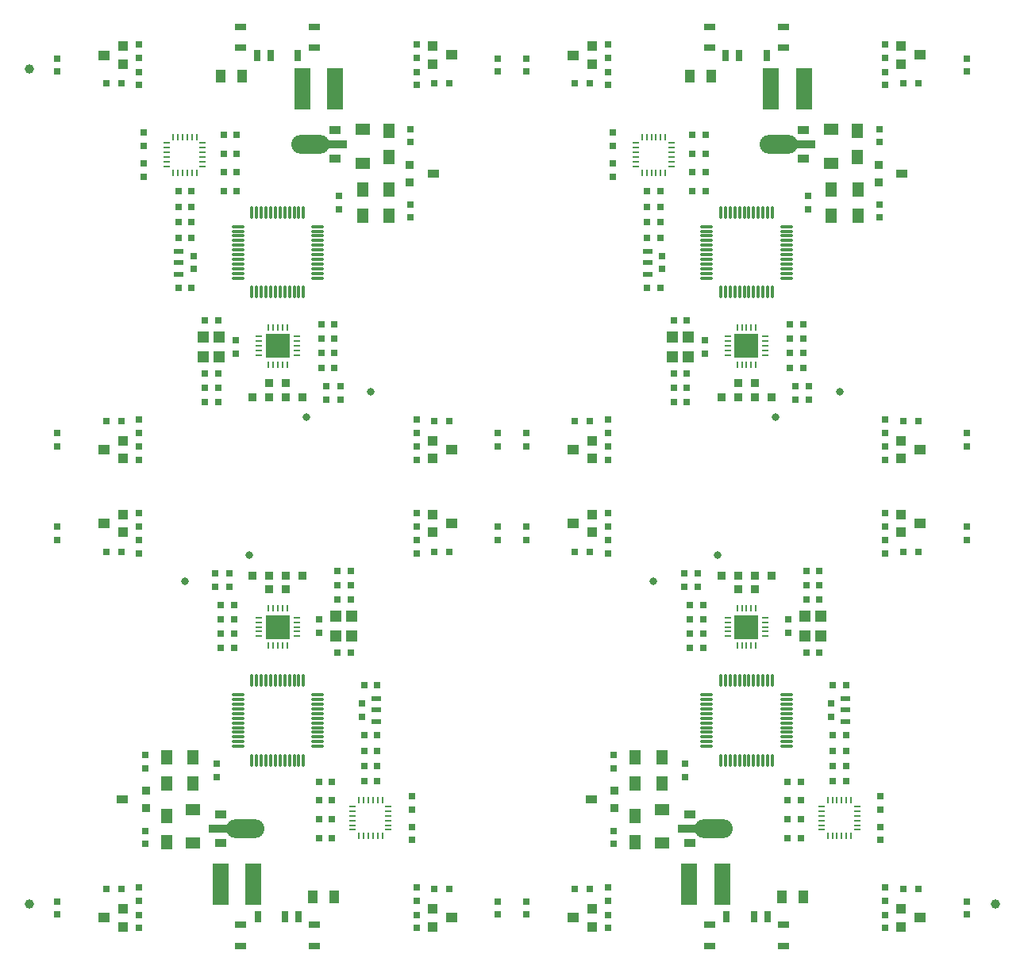
<source format=gtp>
G04*
G04 #@! TF.GenerationSoftware,Altium Limited,Altium Designer,21.2.2 (38)*
G04*
G04 Layer_Color=8421504*
%FSLAX24Y24*%
%MOIN*%
G70*
G04*
G04 #@! TF.SameCoordinates,7BEC17FB-94DA-460C-997F-5D10B4D38A6F*
G04*
G04*
G04 #@! TF.FilePolarity,Positive*
G04*
G01*
G75*
%ADD10C,0.0394*%
%ADD13R,0.0315X0.0276*%
%ADD14R,0.0276X0.0315*%
%ADD15R,0.0500X0.0600*%
%ADD16C,0.0315*%
%ADD17R,0.0500X0.0340*%
%ADD18O,0.1600X0.0787*%
%ADD19R,0.1000X0.0340*%
%ADD20R,0.0262X0.0110*%
%ADD21R,0.0110X0.0262*%
%ADD22R,0.0400X0.0400*%
%ADD23R,0.0500X0.0400*%
%ADD24R,0.0350X0.0350*%
%ADD25R,0.0689X0.1772*%
%ADD26R,0.0315X0.0472*%
%ADD27R,0.0472X0.0315*%
%ADD28R,0.0400X0.0550*%
%ADD29R,0.0591X0.0472*%
%ADD30R,0.0472X0.0512*%
%ADD31R,0.0394X0.0197*%
%ADD32R,0.0472X0.0360*%
%ADD33R,0.0360X0.0360*%
%ADD34O,0.0591X0.0118*%
%ADD35O,0.0118X0.0591*%
%ADD36R,0.0315X0.0110*%
%ADD37R,0.0110X0.0315*%
%ADD38O,0.0591X0.0118*%
%ADD39O,0.0118X0.0591*%
%ADD40R,0.0984X0.0984*%
D10*
X39970Y-17550D02*
D03*
X-600D02*
D03*
Y17550D02*
D03*
D13*
X16417Y2753D02*
D03*
X17047D02*
D03*
X12470Y4217D02*
D03*
Y3663D02*
D03*
X15420Y11853D02*
D03*
Y11300D02*
D03*
X12420Y12217D02*
D03*
Y11663D02*
D03*
X11880Y4217D02*
D03*
Y3663D02*
D03*
X591Y1692D02*
D03*
Y2245D02*
D03*
X4220Y14313D02*
D03*
Y14867D02*
D03*
Y13577D02*
D03*
Y13023D02*
D03*
X15420Y14475D02*
D03*
Y15029D02*
D03*
X6300Y9133D02*
D03*
Y9687D02*
D03*
X8090Y5593D02*
D03*
Y6147D02*
D03*
X15669Y1118D02*
D03*
Y1672D02*
D03*
Y18567D02*
D03*
Y18013D02*
D03*
X4016Y18567D02*
D03*
Y18013D02*
D03*
Y2263D02*
D03*
Y2817D02*
D03*
Y17422D02*
D03*
Y16868D02*
D03*
X15669Y17422D02*
D03*
Y16868D02*
D03*
Y2817D02*
D03*
Y2263D02*
D03*
X4016Y1672D02*
D03*
Y1118D02*
D03*
X3268Y16932D02*
D03*
X2638D02*
D03*
X16417D02*
D03*
X17047D02*
D03*
X3268Y2753D02*
D03*
X2638D02*
D03*
X19094Y1692D02*
D03*
Y2245D02*
D03*
Y17440D02*
D03*
Y17993D02*
D03*
X591D02*
D03*
Y17440D02*
D03*
X36102Y2753D02*
D03*
X36732D02*
D03*
X32155Y4217D02*
D03*
Y3663D02*
D03*
X35105Y11853D02*
D03*
Y11300D02*
D03*
X32105Y12217D02*
D03*
Y11663D02*
D03*
X31565Y4217D02*
D03*
Y3663D02*
D03*
X20276Y1692D02*
D03*
Y2245D02*
D03*
X23905Y14313D02*
D03*
Y14867D02*
D03*
Y13577D02*
D03*
Y13023D02*
D03*
X35105Y14475D02*
D03*
Y15029D02*
D03*
X25985Y9133D02*
D03*
Y9687D02*
D03*
X27775Y5593D02*
D03*
Y6147D02*
D03*
X35354Y1118D02*
D03*
Y1672D02*
D03*
Y18567D02*
D03*
Y18013D02*
D03*
X23701Y18567D02*
D03*
Y18013D02*
D03*
Y2263D02*
D03*
Y2817D02*
D03*
Y17422D02*
D03*
Y16868D02*
D03*
X35354Y17422D02*
D03*
Y16868D02*
D03*
Y2817D02*
D03*
Y2263D02*
D03*
X23701Y1672D02*
D03*
Y1118D02*
D03*
X22953Y16932D02*
D03*
X22323D02*
D03*
X36102D02*
D03*
X36732D02*
D03*
X22953Y2753D02*
D03*
X22323D02*
D03*
X38780Y1692D02*
D03*
Y2245D02*
D03*
Y17440D02*
D03*
Y17993D02*
D03*
X20276D02*
D03*
Y17440D02*
D03*
X22953Y-2753D02*
D03*
X22323D02*
D03*
X26900Y-4217D02*
D03*
Y-3663D02*
D03*
X23950Y-11853D02*
D03*
Y-11300D02*
D03*
X26950Y-12217D02*
D03*
Y-11663D02*
D03*
X27490Y-4217D02*
D03*
Y-3663D02*
D03*
X38780Y-1692D02*
D03*
Y-2245D02*
D03*
X35150Y-14313D02*
D03*
Y-14867D02*
D03*
Y-13577D02*
D03*
Y-13023D02*
D03*
X23950Y-14475D02*
D03*
Y-15029D02*
D03*
X33070Y-9133D02*
D03*
Y-9687D02*
D03*
X31280Y-5593D02*
D03*
Y-6147D02*
D03*
X23701Y-1118D02*
D03*
Y-1672D02*
D03*
Y-18567D02*
D03*
Y-18013D02*
D03*
X35354Y-18567D02*
D03*
Y-18013D02*
D03*
Y-2263D02*
D03*
Y-2817D02*
D03*
Y-17422D02*
D03*
Y-16868D02*
D03*
X23701Y-17422D02*
D03*
Y-16868D02*
D03*
Y-2817D02*
D03*
Y-2263D02*
D03*
X35354Y-1672D02*
D03*
Y-1118D02*
D03*
X36102Y-16932D02*
D03*
X36732D02*
D03*
X22953D02*
D03*
X22323D02*
D03*
X36102Y-2753D02*
D03*
X36732D02*
D03*
X20276Y-1692D02*
D03*
Y-2245D02*
D03*
Y-17440D02*
D03*
Y-17993D02*
D03*
X38780D02*
D03*
Y-17440D02*
D03*
X3268Y-2753D02*
D03*
X2638D02*
D03*
X7215Y-4217D02*
D03*
Y-3663D02*
D03*
X4265Y-11853D02*
D03*
Y-11300D02*
D03*
X7265Y-12217D02*
D03*
Y-11663D02*
D03*
X7805Y-4217D02*
D03*
Y-3663D02*
D03*
X19094Y-1692D02*
D03*
Y-2245D02*
D03*
X15465Y-14313D02*
D03*
Y-14867D02*
D03*
Y-13577D02*
D03*
Y-13023D02*
D03*
X4265Y-14475D02*
D03*
Y-15029D02*
D03*
X13385Y-9133D02*
D03*
Y-9687D02*
D03*
X11595Y-5593D02*
D03*
Y-6147D02*
D03*
X4016Y-1118D02*
D03*
Y-1672D02*
D03*
Y-18567D02*
D03*
Y-18013D02*
D03*
X15669Y-18567D02*
D03*
Y-18013D02*
D03*
Y-2263D02*
D03*
Y-2817D02*
D03*
Y-17422D02*
D03*
Y-16868D02*
D03*
X4016Y-17422D02*
D03*
Y-16868D02*
D03*
Y-2817D02*
D03*
Y-2263D02*
D03*
X15669Y-1672D02*
D03*
Y-1118D02*
D03*
X16417Y-16932D02*
D03*
X17047D02*
D03*
X3268D02*
D03*
X2638D02*
D03*
X16417Y-2753D02*
D03*
X17047D02*
D03*
X591Y-1692D02*
D03*
Y-2245D02*
D03*
Y-17440D02*
D03*
Y-17993D02*
D03*
X19094D02*
D03*
Y-17440D02*
D03*
D14*
X11673Y5598D02*
D03*
X12227D02*
D03*
Y6199D02*
D03*
X11673D02*
D03*
X12227Y6800D02*
D03*
X11673D02*
D03*
X7341Y3540D02*
D03*
X6788D02*
D03*
X7341Y4148D02*
D03*
X6788D02*
D03*
X7341Y4757D02*
D03*
X6788D02*
D03*
Y6997D02*
D03*
X7341D02*
D03*
X6217Y10450D02*
D03*
X5663D02*
D03*
X6217Y11747D02*
D03*
X5663D02*
D03*
Y8360D02*
D03*
X6217D02*
D03*
X5663Y12400D02*
D03*
X6217D02*
D03*
X7567Y13200D02*
D03*
X8120D02*
D03*
X11673Y4980D02*
D03*
X12227D02*
D03*
X7567Y13980D02*
D03*
X8120D02*
D03*
X7567Y14777D02*
D03*
X8120D02*
D03*
X6217Y11110D02*
D03*
X5663D02*
D03*
X8120Y12403D02*
D03*
X7567D02*
D03*
X31358Y5598D02*
D03*
X31912D02*
D03*
Y6199D02*
D03*
X31358D02*
D03*
X31912Y6800D02*
D03*
X31358D02*
D03*
X27026Y3540D02*
D03*
X26473D02*
D03*
X27026Y4148D02*
D03*
X26473D02*
D03*
X27026Y4757D02*
D03*
X26473D02*
D03*
Y6997D02*
D03*
X27026D02*
D03*
X25902Y10450D02*
D03*
X25348D02*
D03*
X25902Y11747D02*
D03*
X25348D02*
D03*
Y8360D02*
D03*
X25902D02*
D03*
X25348Y12400D02*
D03*
X25902D02*
D03*
X27252Y13200D02*
D03*
X27805D02*
D03*
X31358Y4980D02*
D03*
X31912D02*
D03*
X27252Y13980D02*
D03*
X27805D02*
D03*
X27252Y14777D02*
D03*
X27805D02*
D03*
X25902Y11110D02*
D03*
X25348D02*
D03*
X27805Y12403D02*
D03*
X27252D02*
D03*
X27697Y-5598D02*
D03*
X27143D02*
D03*
Y-6199D02*
D03*
X27697D02*
D03*
X27143Y-6800D02*
D03*
X27697D02*
D03*
X32029Y-3540D02*
D03*
X32582D02*
D03*
X32029Y-4148D02*
D03*
X32582D02*
D03*
X32029Y-4757D02*
D03*
X32582D02*
D03*
Y-6997D02*
D03*
X32029D02*
D03*
X33153Y-10450D02*
D03*
X33707D02*
D03*
X33153Y-11747D02*
D03*
X33707D02*
D03*
Y-8360D02*
D03*
X33153D02*
D03*
X33707Y-12400D02*
D03*
X33153D02*
D03*
X31803Y-13200D02*
D03*
X31250D02*
D03*
X27697Y-4980D02*
D03*
X27143D02*
D03*
X31803Y-13980D02*
D03*
X31250D02*
D03*
X31803Y-14777D02*
D03*
X31250D02*
D03*
X33153Y-11110D02*
D03*
X33707D02*
D03*
X31250Y-12403D02*
D03*
X31803D02*
D03*
X8012Y-5598D02*
D03*
X7458D02*
D03*
Y-6199D02*
D03*
X8012D02*
D03*
X7458Y-6800D02*
D03*
X8012D02*
D03*
X12344Y-3540D02*
D03*
X12897D02*
D03*
X12344Y-4148D02*
D03*
X12897D02*
D03*
X12344Y-4757D02*
D03*
X12897D02*
D03*
Y-6997D02*
D03*
X12344D02*
D03*
X13468Y-10450D02*
D03*
X14022D02*
D03*
X13468Y-11747D02*
D03*
X14022D02*
D03*
Y-8360D02*
D03*
X13468D02*
D03*
X14022Y-12400D02*
D03*
X13468D02*
D03*
X12118Y-13200D02*
D03*
X11565D02*
D03*
X8012Y-4980D02*
D03*
X7458D02*
D03*
X12118Y-13980D02*
D03*
X11565D02*
D03*
X12118Y-14777D02*
D03*
X11565D02*
D03*
X13468Y-11110D02*
D03*
X14022D02*
D03*
X11565Y-12403D02*
D03*
X12118D02*
D03*
D15*
X13400Y12487D02*
D03*
Y11387D02*
D03*
X14520Y12487D02*
D03*
Y11387D02*
D03*
X14510Y13842D02*
D03*
Y14942D02*
D03*
X33085Y12487D02*
D03*
Y11387D02*
D03*
X34206Y12487D02*
D03*
Y11387D02*
D03*
X34195Y13842D02*
D03*
Y14942D02*
D03*
X25970Y-12487D02*
D03*
Y-11387D02*
D03*
X24850Y-12487D02*
D03*
Y-11387D02*
D03*
X24860Y-13842D02*
D03*
Y-14942D02*
D03*
X6285Y-12487D02*
D03*
Y-11387D02*
D03*
X5165Y-12487D02*
D03*
Y-11387D02*
D03*
X5175Y-13842D02*
D03*
Y-14942D02*
D03*
D16*
X13750Y3980D02*
D03*
X11050Y2900D02*
D03*
X33435Y3980D02*
D03*
X30735Y2900D02*
D03*
X25620Y-3980D02*
D03*
X28320Y-2900D02*
D03*
X5935Y-3980D02*
D03*
X8635Y-2900D02*
D03*
D17*
X12231Y14970D02*
D03*
Y13770D02*
D03*
X31916Y14970D02*
D03*
Y13770D02*
D03*
X27139Y-14970D02*
D03*
Y-13770D02*
D03*
X7454Y-14970D02*
D03*
Y-13770D02*
D03*
D18*
X11210Y14370D02*
D03*
X30895D02*
D03*
X28160Y-14370D02*
D03*
X8475D02*
D03*
D19*
X12231Y14370D02*
D03*
X31916D02*
D03*
X27139Y-14370D02*
D03*
X7454D02*
D03*
D20*
X6694Y14435D02*
D03*
Y14238D02*
D03*
Y14042D02*
D03*
Y13845D02*
D03*
Y13648D02*
D03*
Y13451D02*
D03*
X5192D02*
D03*
Y13845D02*
D03*
Y14435D02*
D03*
Y14238D02*
D03*
Y14042D02*
D03*
Y13648D02*
D03*
X26379Y14435D02*
D03*
Y14238D02*
D03*
Y14042D02*
D03*
Y13845D02*
D03*
Y13648D02*
D03*
Y13451D02*
D03*
X24877D02*
D03*
Y13845D02*
D03*
Y14435D02*
D03*
Y14238D02*
D03*
Y14042D02*
D03*
Y13648D02*
D03*
X32676Y-14435D02*
D03*
Y-14238D02*
D03*
Y-14042D02*
D03*
Y-13845D02*
D03*
Y-13648D02*
D03*
Y-13451D02*
D03*
X34178D02*
D03*
Y-13845D02*
D03*
Y-14435D02*
D03*
Y-14238D02*
D03*
Y-14042D02*
D03*
Y-13648D02*
D03*
X12991Y-14435D02*
D03*
Y-14238D02*
D03*
Y-14042D02*
D03*
Y-13845D02*
D03*
Y-13648D02*
D03*
Y-13451D02*
D03*
X14493D02*
D03*
Y-13845D02*
D03*
Y-14435D02*
D03*
Y-14238D02*
D03*
Y-14042D02*
D03*
Y-13648D02*
D03*
D21*
X6239Y13192D02*
D03*
X6042D02*
D03*
X5845D02*
D03*
X5648D02*
D03*
X5451Y14694D02*
D03*
X5648D02*
D03*
X5845D02*
D03*
X6042D02*
D03*
X6239D02*
D03*
X5451Y13192D02*
D03*
X6435Y14694D02*
D03*
Y13192D02*
D03*
X25924D02*
D03*
X25727D02*
D03*
X25530D02*
D03*
X25333D02*
D03*
X25136Y14694D02*
D03*
X25333D02*
D03*
X25530D02*
D03*
X25727D02*
D03*
X25924D02*
D03*
X25136Y13192D02*
D03*
X26120Y14694D02*
D03*
Y13192D02*
D03*
X33131Y-13192D02*
D03*
X33328D02*
D03*
X33525D02*
D03*
X33722D02*
D03*
X33919Y-14694D02*
D03*
X33722D02*
D03*
X33525D02*
D03*
X33328D02*
D03*
X33131D02*
D03*
X33919Y-13192D02*
D03*
X32935Y-14694D02*
D03*
Y-13192D02*
D03*
X13446D02*
D03*
X13643D02*
D03*
X13840D02*
D03*
X14037D02*
D03*
X14234Y-14694D02*
D03*
X14037D02*
D03*
X13840D02*
D03*
X13643D02*
D03*
X13446D02*
D03*
X14234Y-13192D02*
D03*
X13250Y-14694D02*
D03*
Y-13192D02*
D03*
D22*
X3353Y17756D02*
D03*
Y18506D02*
D03*
X16332Y17756D02*
D03*
Y18506D02*
D03*
Y1929D02*
D03*
Y1179D02*
D03*
X3353D02*
D03*
Y1929D02*
D03*
X23038Y17756D02*
D03*
Y18506D02*
D03*
X36017Y17756D02*
D03*
Y18506D02*
D03*
Y1929D02*
D03*
Y1179D02*
D03*
X23038D02*
D03*
Y1929D02*
D03*
X36017Y-17756D02*
D03*
Y-18506D02*
D03*
X23038Y-17756D02*
D03*
Y-18506D02*
D03*
Y-1929D02*
D03*
Y-1179D02*
D03*
X36017D02*
D03*
Y-1929D02*
D03*
X16332Y-17756D02*
D03*
Y-18506D02*
D03*
X3353Y-17756D02*
D03*
Y-18506D02*
D03*
Y-1929D02*
D03*
Y-1179D02*
D03*
X16332D02*
D03*
Y-1929D02*
D03*
D23*
X2553Y18126D02*
D03*
X17132Y18136D02*
D03*
Y1559D02*
D03*
X2553Y1549D02*
D03*
X22238Y18126D02*
D03*
X36817Y18136D02*
D03*
Y1559D02*
D03*
X22238Y1549D02*
D03*
X36817Y-18126D02*
D03*
X22238Y-18136D02*
D03*
Y-1559D02*
D03*
X36817Y-1549D02*
D03*
X17132Y-18126D02*
D03*
X2553Y-18136D02*
D03*
Y-1559D02*
D03*
X17132Y-1549D02*
D03*
D24*
X8790Y3740D02*
D03*
X9490D02*
D03*
X10190D02*
D03*
X10890D02*
D03*
X9493Y4331D02*
D03*
X10193D02*
D03*
X28475Y3740D02*
D03*
X29175D02*
D03*
X29875D02*
D03*
X30575D02*
D03*
X29178Y4331D02*
D03*
X29878D02*
D03*
X30580Y-3740D02*
D03*
X29880D02*
D03*
X29180D02*
D03*
X28480D02*
D03*
X29878Y-4331D02*
D03*
X29178D02*
D03*
X10895Y-3740D02*
D03*
X10195D02*
D03*
X9495D02*
D03*
X8795D02*
D03*
X10193Y-4331D02*
D03*
X9493D02*
D03*
D25*
X12250Y16720D02*
D03*
X10872D02*
D03*
X31935D02*
D03*
X30557D02*
D03*
X27120Y-16720D02*
D03*
X28498D02*
D03*
X7435D02*
D03*
X8813D02*
D03*
D26*
X9536Y18101D02*
D03*
X8970D02*
D03*
X10686Y18099D02*
D03*
X29221Y18101D02*
D03*
X28655D02*
D03*
X30371Y18099D02*
D03*
X29834Y-18101D02*
D03*
X30400D02*
D03*
X28684Y-18099D02*
D03*
X10149Y-18101D02*
D03*
X10715D02*
D03*
X8999Y-18099D02*
D03*
D27*
X11390Y18431D02*
D03*
Y19321D02*
D03*
X8290Y18431D02*
D03*
Y19311D02*
D03*
X31075Y18431D02*
D03*
Y19321D02*
D03*
X27975Y18431D02*
D03*
Y19311D02*
D03*
X27980Y-18431D02*
D03*
Y-19321D02*
D03*
X31080Y-18431D02*
D03*
Y-19311D02*
D03*
X8295Y-18431D02*
D03*
Y-19321D02*
D03*
X11395Y-18431D02*
D03*
Y-19311D02*
D03*
D28*
X7460Y17250D02*
D03*
X8360D02*
D03*
X27145D02*
D03*
X28045D02*
D03*
X31910Y-17250D02*
D03*
X31010D02*
D03*
X12225D02*
D03*
X11325D02*
D03*
D29*
X13400Y14999D02*
D03*
Y13581D02*
D03*
X33085Y14999D02*
D03*
Y13581D02*
D03*
X25970Y-14999D02*
D03*
Y-13581D02*
D03*
X6285Y-14999D02*
D03*
Y-13581D02*
D03*
D30*
X7395Y6283D02*
D03*
X6725Y5457D02*
D03*
Y6283D02*
D03*
X7395Y5457D02*
D03*
X27080Y6283D02*
D03*
X26410Y5457D02*
D03*
Y6283D02*
D03*
X27080Y5457D02*
D03*
X31975Y-6283D02*
D03*
X32645Y-5457D02*
D03*
Y-6283D02*
D03*
X31975Y-5457D02*
D03*
X12290Y-6283D02*
D03*
X12960Y-5457D02*
D03*
Y-6283D02*
D03*
X12290Y-5457D02*
D03*
D31*
X5690Y8928D02*
D03*
Y9872D02*
D03*
Y9400D02*
D03*
X25375Y8928D02*
D03*
Y9872D02*
D03*
Y9400D02*
D03*
X33680Y-8928D02*
D03*
Y-9872D02*
D03*
Y-9400D02*
D03*
X13995Y-8928D02*
D03*
Y-9872D02*
D03*
Y-9400D02*
D03*
D32*
X16368Y13154D02*
D03*
X36053D02*
D03*
X23002Y-13154D02*
D03*
X3317D02*
D03*
D33*
X15383Y12779D02*
D03*
Y13529D02*
D03*
X35069Y12779D02*
D03*
Y13529D02*
D03*
X23987Y-12779D02*
D03*
Y-13529D02*
D03*
X4302Y-12779D02*
D03*
Y-13529D02*
D03*
D34*
X11516Y9744D02*
D03*
Y9941D02*
D03*
Y10532D02*
D03*
Y9547D02*
D03*
X8169Y9350D02*
D03*
Y8760D02*
D03*
Y8957D02*
D03*
Y9154D02*
D03*
Y9744D02*
D03*
Y9941D02*
D03*
Y10138D02*
D03*
Y10925D02*
D03*
X11516Y8760D02*
D03*
Y8957D02*
D03*
Y10138D02*
D03*
Y10335D02*
D03*
X31201Y9744D02*
D03*
Y9941D02*
D03*
Y10532D02*
D03*
Y9547D02*
D03*
X27854Y9350D02*
D03*
Y8760D02*
D03*
Y8957D02*
D03*
Y9154D02*
D03*
Y9744D02*
D03*
Y9941D02*
D03*
Y10138D02*
D03*
Y10925D02*
D03*
X31201Y8760D02*
D03*
Y8957D02*
D03*
Y10138D02*
D03*
Y10335D02*
D03*
X27854Y-9744D02*
D03*
Y-9941D02*
D03*
Y-10532D02*
D03*
Y-9547D02*
D03*
X31201Y-9350D02*
D03*
Y-8760D02*
D03*
Y-8957D02*
D03*
Y-9154D02*
D03*
Y-9744D02*
D03*
Y-9941D02*
D03*
Y-10138D02*
D03*
Y-10925D02*
D03*
X27854Y-8760D02*
D03*
Y-8957D02*
D03*
Y-10138D02*
D03*
Y-10335D02*
D03*
X8169Y-9744D02*
D03*
Y-9941D02*
D03*
Y-10532D02*
D03*
Y-9547D02*
D03*
X11516Y-9350D02*
D03*
Y-8760D02*
D03*
Y-8957D02*
D03*
Y-9154D02*
D03*
Y-9744D02*
D03*
Y-9941D02*
D03*
Y-10138D02*
D03*
Y-10925D02*
D03*
X8169Y-8760D02*
D03*
Y-8957D02*
D03*
Y-10138D02*
D03*
Y-10335D02*
D03*
D35*
X10335Y8169D02*
D03*
X10925Y11516D02*
D03*
X10531Y8169D02*
D03*
X9547D02*
D03*
X10728Y11516D02*
D03*
X9350Y8169D02*
D03*
X9154D02*
D03*
X8957D02*
D03*
X9547Y11516D02*
D03*
X8760D02*
D03*
X10925Y8169D02*
D03*
X10531Y11516D02*
D03*
X10335D02*
D03*
X10138D02*
D03*
Y8169D02*
D03*
X9941D02*
D03*
X9744D02*
D03*
X8760D02*
D03*
X9941Y11516D02*
D03*
X9744D02*
D03*
X9350D02*
D03*
X9154D02*
D03*
X30020Y8169D02*
D03*
X30610Y11516D02*
D03*
X30217Y8169D02*
D03*
X29232D02*
D03*
X30413Y11516D02*
D03*
X29035Y8169D02*
D03*
X28839D02*
D03*
X28642D02*
D03*
X29232Y11516D02*
D03*
X28445D02*
D03*
X30610Y8169D02*
D03*
X30217Y11516D02*
D03*
X30020D02*
D03*
X29823D02*
D03*
Y8169D02*
D03*
X29626D02*
D03*
X29429D02*
D03*
X28445D02*
D03*
X29626Y11516D02*
D03*
X29429D02*
D03*
X29035D02*
D03*
X28839D02*
D03*
X29035Y-8169D02*
D03*
X28445Y-11516D02*
D03*
X28839Y-8169D02*
D03*
X29823D02*
D03*
X28642Y-11516D02*
D03*
X30020Y-8169D02*
D03*
X30217D02*
D03*
X30413D02*
D03*
X29823Y-11516D02*
D03*
X30610D02*
D03*
X28445Y-8169D02*
D03*
X28839Y-11516D02*
D03*
X29035D02*
D03*
X29232D02*
D03*
Y-8169D02*
D03*
X29429D02*
D03*
X29626D02*
D03*
X30610D02*
D03*
X29429Y-11516D02*
D03*
X29626D02*
D03*
X30020D02*
D03*
X30217D02*
D03*
X9350Y-8169D02*
D03*
X8760Y-11516D02*
D03*
X9154Y-8169D02*
D03*
X10138D02*
D03*
X8957Y-11516D02*
D03*
X10335Y-8169D02*
D03*
X10532D02*
D03*
X10728D02*
D03*
X10138Y-11516D02*
D03*
X10925D02*
D03*
X8760Y-8169D02*
D03*
X9154Y-11516D02*
D03*
X9350D02*
D03*
X9547D02*
D03*
Y-8169D02*
D03*
X9744D02*
D03*
X9941D02*
D03*
X10925D02*
D03*
X9744Y-11516D02*
D03*
X9941D02*
D03*
X10335D02*
D03*
X10532D02*
D03*
D36*
X9055Y5906D02*
D03*
X10630Y5709D02*
D03*
Y6299D02*
D03*
X9055Y6102D02*
D03*
X10630Y5906D02*
D03*
Y6102D02*
D03*
Y5512D02*
D03*
X9055D02*
D03*
Y5709D02*
D03*
Y6299D02*
D03*
X28740Y5906D02*
D03*
X30315Y5709D02*
D03*
Y6299D02*
D03*
X28740Y6102D02*
D03*
X30315Y5906D02*
D03*
Y6102D02*
D03*
Y5512D02*
D03*
X28740D02*
D03*
Y5709D02*
D03*
Y6299D02*
D03*
X30315Y-5906D02*
D03*
X28740Y-5709D02*
D03*
Y-6299D02*
D03*
X30315Y-6102D02*
D03*
X28740Y-5906D02*
D03*
Y-6102D02*
D03*
Y-5512D02*
D03*
X30315D02*
D03*
Y-5709D02*
D03*
Y-6299D02*
D03*
X10630Y-5906D02*
D03*
X9055Y-5709D02*
D03*
Y-6299D02*
D03*
X10630Y-6102D02*
D03*
X9055Y-5906D02*
D03*
Y-6102D02*
D03*
Y-5512D02*
D03*
X10630D02*
D03*
Y-5709D02*
D03*
Y-6299D02*
D03*
D37*
X10039Y5118D02*
D03*
X10236D02*
D03*
X9843D02*
D03*
X9646D02*
D03*
X9449D02*
D03*
Y6693D02*
D03*
X9646D02*
D03*
X9843D02*
D03*
X10039D02*
D03*
X10236D02*
D03*
X29724Y5118D02*
D03*
X29921D02*
D03*
X29528D02*
D03*
X29331D02*
D03*
X29134D02*
D03*
Y6693D02*
D03*
X29331D02*
D03*
X29528D02*
D03*
X29724D02*
D03*
X29921D02*
D03*
X29331Y-5118D02*
D03*
X29134D02*
D03*
X29528D02*
D03*
X29724D02*
D03*
X29921D02*
D03*
Y-6693D02*
D03*
X29724D02*
D03*
X29528D02*
D03*
X29331D02*
D03*
X29134D02*
D03*
X9646Y-5118D02*
D03*
X9449D02*
D03*
X9843D02*
D03*
X10039D02*
D03*
X10236D02*
D03*
Y-6693D02*
D03*
X10039D02*
D03*
X9843D02*
D03*
X9646D02*
D03*
X9449D02*
D03*
D38*
X11516Y10728D02*
D03*
X8169Y9547D02*
D03*
X11516Y10925D02*
D03*
X8169Y10728D02*
D03*
Y10335D02*
D03*
Y10532D02*
D03*
X11516Y9154D02*
D03*
Y9350D02*
D03*
X31201Y10728D02*
D03*
X27854Y9547D02*
D03*
X31201Y10925D02*
D03*
X27854Y10728D02*
D03*
Y10335D02*
D03*
Y10532D02*
D03*
X31201Y9154D02*
D03*
Y9350D02*
D03*
X27854Y-10728D02*
D03*
X31201Y-9547D02*
D03*
X27854Y-10925D02*
D03*
X31201Y-10728D02*
D03*
Y-10335D02*
D03*
Y-10532D02*
D03*
X27854Y-9154D02*
D03*
Y-9350D02*
D03*
X8169Y-10728D02*
D03*
X11516Y-9547D02*
D03*
X8169Y-10925D02*
D03*
X11516Y-10728D02*
D03*
Y-10335D02*
D03*
Y-10532D02*
D03*
X8169Y-9154D02*
D03*
Y-9350D02*
D03*
D39*
X8957Y11516D02*
D03*
X10728Y8169D02*
D03*
X28642Y11516D02*
D03*
X30413Y8169D02*
D03*
X30413Y-11516D02*
D03*
X28642Y-8169D02*
D03*
X10728Y-11516D02*
D03*
X8957Y-8169D02*
D03*
D40*
X9843Y5906D02*
D03*
X29528D02*
D03*
X29528Y-5906D02*
D03*
X9843D02*
D03*
M02*

</source>
